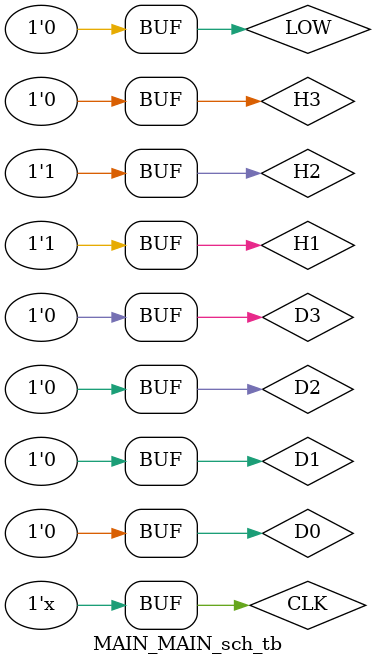
<source format=v>

`timescale 1ns / 1ps

module MAIN_MAIN_sch_tb();

// Inputs
   reg H3;
   reg H2;
   reg H1;
   reg LOW;
   reg D3;
   reg D2;
   reg D1;
   reg D0;
   reg CLK;

// Output
   wire A_OUT;
   wire AA_OUT;
   wire B_OUT;
   wire CC_OUT;
   wire C_OUT;
   wire BB_OUT;

// Bidirs

// Instantiate the UUT
   MAIN UUT (
		.H3(H3), 
		.H2(H2), 
		.H1(H1), 
		.A_OUT(A_OUT), 
		.AA_OUT(AA_OUT), 
		.B_OUT(B_OUT), 
		.CC_OUT(CC_OUT), 
		.C_OUT(C_OUT), 
		.BB_OUT(BB_OUT), 
		.LOW(LOW), 
		.D3(D3), 
		.D2(D2), 
		.D1(D1), 
		.D0(D0), 
		.CLK(CLK)
   );
// Initialize Inputs
       initial begin
		LOW = 0;
		H3 = 0;
		H2 = 0;
		H1 = 0;
		D3 = 0;
		D2 = 0;
		D1 = 0;
		D0 = 0;
		CLK = 1;
   end
	always begin
	#10;
	CLK=~CLK;
	end
	always begin
	H1=1;
	#2000;
	H1=0;
	#3000;
	H1=1;
	#1000;	
	end
	always begin
	H2=0;
	#3000;
	H2=1;
	#3000;
	end
	always begin
	H3=0;
	#1000;
	H3=1;
	#3000;
	H3=0;
	#2000;
	end
endmodule

</source>
